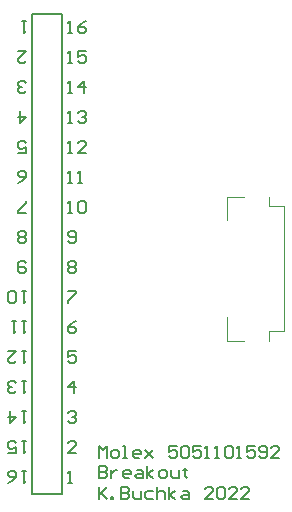
<source format=gto>
G04*
G04 #@! TF.GenerationSoftware,Altium Limited,Altium Designer,18.0.12 (696)*
G04*
G04 Layer_Color=65535*
%FSLAX25Y25*%
%MOIN*%
G70*
G01*
G75*
%ADD10C,0.00787*%
%ADD11C,0.00394*%
%ADD12C,0.00800*%
D10*
X125000Y105000D02*
Y265000D01*
X115000Y105000D02*
X125000D01*
X115000D02*
Y112500D01*
Y265000D01*
X125000D01*
D11*
X179787Y155953D02*
X185693D01*
X179787D02*
Y163827D01*
X193961Y155953D02*
Y159102D01*
X199079D01*
Y179969D01*
Y200835D01*
X193961D02*
X199079D01*
X193961D02*
Y203984D01*
X179787Y196110D02*
Y203984D01*
X185693D01*
D12*
X111001Y232500D02*
Y228501D01*
X113000Y230501D01*
X110334D01*
X127000Y238500D02*
X128333D01*
X127666D01*
Y242499D01*
X127000Y241832D01*
X132332Y238500D02*
Y242499D01*
X130332Y240499D01*
X132998D01*
X113000Y181834D02*
X112334Y182500D01*
X111001D01*
X110334Y181834D01*
Y179168D01*
X111001Y178501D01*
X112334D01*
X113000Y179168D01*
Y179834D01*
X112334Y180501D01*
X110334D01*
X127000Y218500D02*
X128333D01*
X127666D01*
Y222499D01*
X127000Y221832D01*
X132998Y218500D02*
X130332D01*
X132998Y221166D01*
Y221832D01*
X132332Y222499D01*
X130999D01*
X130332Y221832D01*
X127000Y189166D02*
X127666Y188500D01*
X128999D01*
X129666Y189166D01*
Y191832D01*
X128999Y192499D01*
X127666D01*
X127000Y191832D01*
Y191166D01*
X127666Y190499D01*
X129666D01*
X127000Y228500D02*
X128333D01*
X127666D01*
Y232499D01*
X127000Y231832D01*
X130332D02*
X130999Y232499D01*
X132332D01*
X132998Y231832D01*
Y231166D01*
X132332Y230499D01*
X131665D01*
X132332D01*
X132998Y229833D01*
Y229166D01*
X132332Y228500D01*
X130999D01*
X130332Y229166D01*
X113000Y239168D02*
X112334Y238501D01*
X111001D01*
X110334Y239168D01*
Y239834D01*
X111001Y240501D01*
X111667D01*
X111001D01*
X110334Y241167D01*
Y241834D01*
X111001Y242500D01*
X112334D01*
X113000Y241834D01*
X127000Y181832D02*
X127666Y182499D01*
X128999D01*
X129666Y181832D01*
Y181166D01*
X128999Y180499D01*
X129666Y179833D01*
Y179166D01*
X128999Y178500D01*
X127666D01*
X127000Y179166D01*
Y179833D01*
X127666Y180499D01*
X127000Y181166D01*
Y181832D01*
X127666Y180499D02*
X128999D01*
X110334Y218501D02*
X113000D01*
Y220501D01*
X111667Y219834D01*
X111001D01*
X110334Y220501D01*
Y221834D01*
X111001Y222500D01*
X112334D01*
X113000Y221834D01*
X110334Y252500D02*
X113000D01*
X110334Y249834D01*
Y249168D01*
X111001Y248501D01*
X112334D01*
X113000Y249168D01*
X127000Y198500D02*
X128333D01*
X127666D01*
Y202499D01*
X127000Y201832D01*
X130332D02*
X130999Y202499D01*
X132332D01*
X132998Y201832D01*
Y199167D01*
X132332Y198500D01*
X130999D01*
X130332Y199167D01*
Y201832D01*
X128999Y138500D02*
Y142499D01*
X127000Y140499D01*
X129666D01*
Y162499D02*
X128333Y161832D01*
X127000Y160499D01*
Y159167D01*
X127666Y158500D01*
X128999D01*
X129666Y159167D01*
Y159833D01*
X128999Y160499D01*
X127000D01*
X113000Y132500D02*
X111667D01*
X112334D01*
Y128501D01*
X113000Y129168D01*
X107668Y132500D02*
Y128501D01*
X109668Y130501D01*
X107002D01*
X127000Y248500D02*
X128333D01*
X127666D01*
Y252499D01*
X127000Y251832D01*
X132998Y252499D02*
X130332D01*
Y250499D01*
X131665Y251166D01*
X132332D01*
X132998Y250499D01*
Y249166D01*
X132332Y248500D01*
X130999D01*
X130332Y249166D01*
X113000Y122500D02*
X111667D01*
X112334D01*
Y118501D01*
X113000Y119168D01*
X107002Y118501D02*
X109668D01*
Y120501D01*
X108335Y119834D01*
X107668D01*
X107002Y120501D01*
Y121834D01*
X107668Y122500D01*
X109001D01*
X109668Y121834D01*
X127000Y108500D02*
X128333D01*
X127666D01*
Y112499D01*
X127000Y111832D01*
X113000Y172500D02*
X111667D01*
X112334D01*
Y168501D01*
X113000Y169168D01*
X109668D02*
X109001Y168501D01*
X107668D01*
X107002Y169168D01*
Y171834D01*
X107668Y172500D01*
X109001D01*
X109668Y171834D01*
Y169168D01*
X113000Y189168D02*
X112334Y188501D01*
X111001D01*
X110334Y189168D01*
Y189834D01*
X111001Y190501D01*
X110334Y191167D01*
Y191833D01*
X111001Y192500D01*
X112334D01*
X113000Y191833D01*
Y191167D01*
X112334Y190501D01*
X113000Y189834D01*
Y189168D01*
X112334Y190501D02*
X111001D01*
X127000Y208500D02*
X128333D01*
X127666D01*
Y212499D01*
X127000Y211832D01*
X130332Y208500D02*
X131665D01*
X130999D01*
Y212499D01*
X130332Y211832D01*
X127000Y131832D02*
X127666Y132499D01*
X128999D01*
X129666Y131832D01*
Y131166D01*
X128999Y130499D01*
X128333D01*
X128999D01*
X129666Y129833D01*
Y129166D01*
X128999Y128500D01*
X127666D01*
X127000Y129166D01*
Y172499D02*
X129666D01*
Y171832D01*
X127000Y169167D01*
Y168500D01*
X113000Y262500D02*
X111667D01*
X112334D01*
Y258501D01*
X113000Y259168D01*
X110334Y208501D02*
X111667Y209168D01*
X113000Y210501D01*
Y211834D01*
X112334Y212500D01*
X111001D01*
X110334Y211834D01*
Y211167D01*
X111001Y210501D01*
X113000D01*
Y198501D02*
X110334D01*
Y199168D01*
X113000Y201834D01*
Y202500D01*
X137300Y116737D02*
Y120736D01*
X138633Y119403D01*
X139966Y120736D01*
Y116737D01*
X141965D02*
X143298D01*
X143965Y117403D01*
Y118736D01*
X143298Y119403D01*
X141965D01*
X141299Y118736D01*
Y117403D01*
X141965Y116737D01*
X145297D02*
X146630D01*
X145964D01*
Y120736D01*
X145297D01*
X150629Y116737D02*
X149296D01*
X148630Y117403D01*
Y118736D01*
X149296Y119403D01*
X150629D01*
X151295Y118736D01*
Y118070D01*
X148630D01*
X152628Y119403D02*
X155294Y116737D01*
X153961Y118070D01*
X155294Y119403D01*
X152628Y116737D01*
X163292Y120736D02*
X160626D01*
Y118736D01*
X161959Y119403D01*
X162625D01*
X163292Y118736D01*
Y117403D01*
X162625Y116737D01*
X161292D01*
X160626Y117403D01*
X164625Y120069D02*
X165291Y120736D01*
X166624D01*
X167290Y120069D01*
Y117403D01*
X166624Y116737D01*
X165291D01*
X164625Y117403D01*
Y120069D01*
X171289Y120736D02*
X168623D01*
Y118736D01*
X169956Y119403D01*
X170623D01*
X171289Y118736D01*
Y117403D01*
X170623Y116737D01*
X169290D01*
X168623Y117403D01*
X172622Y116737D02*
X173955D01*
X173288D01*
Y120736D01*
X172622Y120069D01*
X175954Y116737D02*
X177287D01*
X176621D01*
Y120736D01*
X175954Y120069D01*
X179287D02*
X179953Y120736D01*
X181286D01*
X181952Y120069D01*
Y117403D01*
X181286Y116737D01*
X179953D01*
X179287Y117403D01*
Y120069D01*
X183285Y116737D02*
X184618D01*
X183952D01*
Y120736D01*
X183285Y120069D01*
X189283Y120736D02*
X186617D01*
Y118736D01*
X187950Y119403D01*
X188617D01*
X189283Y118736D01*
Y117403D01*
X188617Y116737D01*
X187284D01*
X186617Y117403D01*
X190616D02*
X191283Y116737D01*
X192615D01*
X193282Y117403D01*
Y120069D01*
X192615Y120736D01*
X191283D01*
X190616Y120069D01*
Y119403D01*
X191283Y118736D01*
X193282D01*
X197281Y116737D02*
X194615D01*
X197281Y119403D01*
Y120069D01*
X196614Y120736D01*
X195281D01*
X194615Y120069D01*
X137300Y114017D02*
Y110019D01*
X139299D01*
X139966Y110685D01*
Y111351D01*
X139299Y112018D01*
X137300D01*
X139299D01*
X139966Y112684D01*
Y113351D01*
X139299Y114017D01*
X137300D01*
X141299Y112684D02*
Y110019D01*
Y111351D01*
X141965Y112018D01*
X142632Y112684D01*
X143298D01*
X147297Y110019D02*
X145964D01*
X145297Y110685D01*
Y112018D01*
X145964Y112684D01*
X147297D01*
X147963Y112018D01*
Y111351D01*
X145297D01*
X149963Y112684D02*
X151295D01*
X151962Y112018D01*
Y110019D01*
X149963D01*
X149296Y110685D01*
X149963Y111351D01*
X151962D01*
X153295Y110019D02*
Y114017D01*
Y111351D02*
X155294Y112684D01*
X153295Y111351D02*
X155294Y110019D01*
X157960D02*
X159293D01*
X159959Y110685D01*
Y112018D01*
X159293Y112684D01*
X157960D01*
X157294Y112018D01*
Y110685D01*
X157960Y110019D01*
X161292Y112684D02*
Y110685D01*
X161959Y110019D01*
X163958D01*
Y112684D01*
X165957Y113351D02*
Y112684D01*
X165291D01*
X166624D01*
X165957D01*
Y110685D01*
X166624Y110019D01*
X137300Y107299D02*
Y103300D01*
Y104633D01*
X139966Y107299D01*
X137967Y105299D01*
X139966Y103300D01*
X141299D02*
Y103966D01*
X141965D01*
Y103300D01*
X141299D01*
X144631Y107299D02*
Y103300D01*
X146630D01*
X147297Y103966D01*
Y104633D01*
X146630Y105299D01*
X144631D01*
X146630D01*
X147297Y105966D01*
Y106632D01*
X146630Y107299D01*
X144631D01*
X148630Y105966D02*
Y103966D01*
X149296Y103300D01*
X151295D01*
Y105966D01*
X155294D02*
X153295D01*
X152628Y105299D01*
Y103966D01*
X153295Y103300D01*
X155294D01*
X156627Y107299D02*
Y103300D01*
Y105299D01*
X157294Y105966D01*
X158626D01*
X159293Y105299D01*
Y103300D01*
X160626D02*
Y107299D01*
Y104633D02*
X162625Y105966D01*
X160626Y104633D02*
X162625Y103300D01*
X165291Y105966D02*
X166624D01*
X167290Y105299D01*
Y103300D01*
X165291D01*
X164625Y103966D01*
X165291Y104633D01*
X167290D01*
X175288Y103300D02*
X172622D01*
X175288Y105966D01*
Y106632D01*
X174621Y107299D01*
X173288D01*
X172622Y106632D01*
X176621D02*
X177287Y107299D01*
X178620D01*
X179286Y106632D01*
Y103966D01*
X178620Y103300D01*
X177287D01*
X176621Y103966D01*
Y106632D01*
X183285Y103300D02*
X180619D01*
X183285Y105966D01*
Y106632D01*
X182619Y107299D01*
X181286D01*
X180619Y106632D01*
X187284Y103300D02*
X184618D01*
X187284Y105966D01*
Y106632D01*
X186617Y107299D01*
X185284D01*
X184618Y106632D01*
X113000Y112500D02*
X111667D01*
X112334D01*
Y108501D01*
X113000Y109168D01*
X107002Y108501D02*
X108335Y109168D01*
X109668Y110501D01*
Y111834D01*
X109001Y112500D01*
X107668D01*
X107002Y111834D01*
Y111167D01*
X107668Y110501D01*
X109668D01*
X129666Y118500D02*
X127000D01*
X129666Y121166D01*
Y121832D01*
X128999Y122499D01*
X127666D01*
X127000Y121832D01*
X129666Y152499D02*
X127000D01*
Y150499D01*
X128333Y151166D01*
X128999D01*
X129666Y150499D01*
Y149167D01*
X128999Y148500D01*
X127666D01*
X127000Y149167D01*
X113000Y162500D02*
X111667D01*
X112334D01*
Y158501D01*
X113000Y159168D01*
X109668Y162500D02*
X108335D01*
X109001D01*
Y158501D01*
X109668Y159168D01*
X113000Y142500D02*
X111667D01*
X112334D01*
Y138501D01*
X113000Y139168D01*
X109668D02*
X109001Y138501D01*
X107668D01*
X107002Y139168D01*
Y139834D01*
X107668Y140501D01*
X108335D01*
X107668D01*
X107002Y141167D01*
Y141833D01*
X107668Y142500D01*
X109001D01*
X109668Y141833D01*
X113000Y152500D02*
X111667D01*
X112334D01*
Y148501D01*
X113000Y149168D01*
X107002Y152500D02*
X109668D01*
X107002Y149834D01*
Y149168D01*
X107668Y148501D01*
X109001D01*
X109668Y149168D01*
X127000Y258500D02*
X128333D01*
X127666D01*
Y262499D01*
X127000Y261832D01*
X132998Y262499D02*
X131665Y261832D01*
X130332Y260499D01*
Y259166D01*
X130999Y258500D01*
X132332D01*
X132998Y259166D01*
Y259833D01*
X132332Y260499D01*
X130332D01*
M02*

</source>
